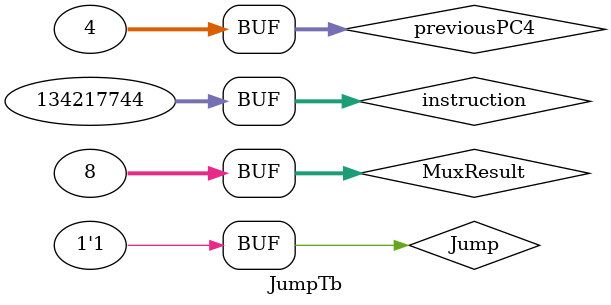
<source format=v>
module JumpTb();
	reg [31:0] previousPC4;
	reg [31:0] instruction;
	reg [31:0] MuxResult;
	reg Jump;
	wire [31:0] currentPC4;
	
	Jump uut (.previousPC4,.instruction,.MuxResult,.Jump,.currentPC4);
	
	
	initial begin 
	previousPC4 = 32'b00000000000000000000000000000100;
	instruction = 32'b00001000000000000000000000010000;
	MuxResult = 32'b00000000000000000000000000001000;
	Jump = 0;
	#5
	previousPC4 = 32'b00000000000000000000000000000100;
	instruction = 32'b00001000000000000000000000010000;
	MuxResult = 32'b00000000000000000000000000001000;
	Jump = 0;
	#5
	previousPC4 = 32'b00000000000000000000000000000100;
	instruction = 32'b00001000000000000000000000010000;
	MuxResult = 32'b00000000000000000000000000001000;
	Jump = 1;
	end
	
	
endmodule


</source>
